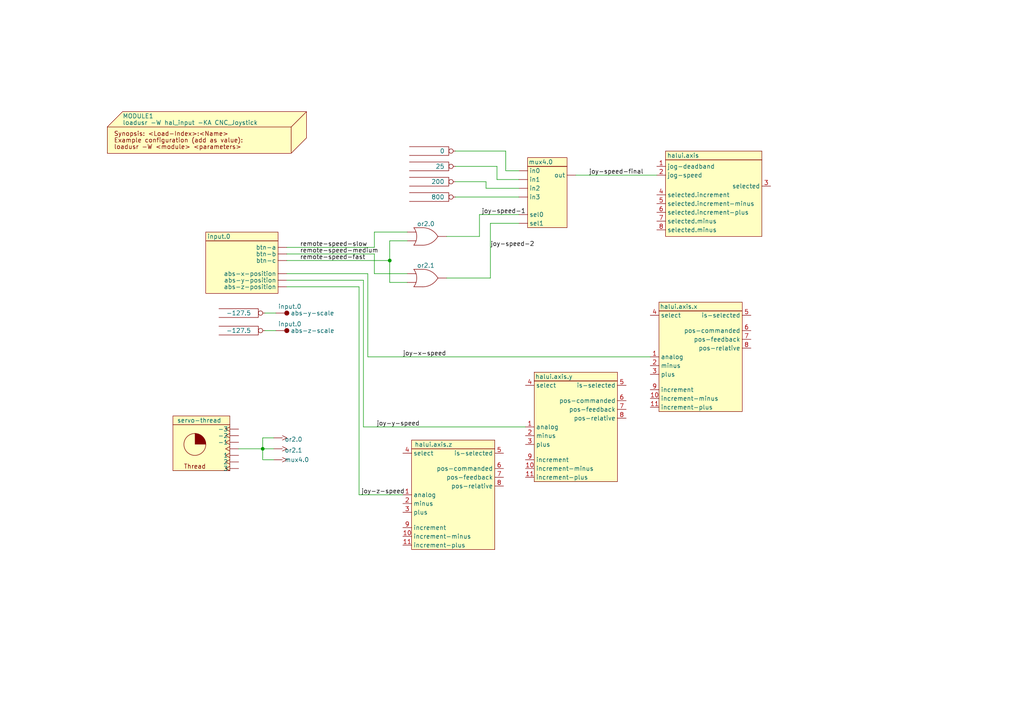
<source format=kicad_sch>
(kicad_sch (version 20230121) (generator eeschema)
  (paper "A4")
  (title_block (title "Joystick control") (date "2022-11-03") (rev "1") (company "Thomas Gerner") (comment 1 "Migration from eagle"))
  (lib_symbols
    (symbol "LinuxCNC_HAL:PARAMETER"
      (property "Value" "PARAMETER" (at 5.08 0 0))
      (symbol "PARAMETER_0_1"
        (polyline (pts (xy -5.715 1.27) (xy 5.715 1.27) (xy 5.715 -1.27) (xy -5.715 -1.27)) (stroke (width 0.1524)))
        (circle (center 6.35 0) (radius 0.635) (stroke (width 0.1524)))
      )
      (symbol "PARAMETER_1_1"
        (pin output line (at 7.62 0 180) (length 0.635) (name "") (number ""))
      )
    )
    (symbol "LinuxCNC_HAL:halui.axis"
      (property "Value" "halui.axis" (at -13.335 8.89 0))
      (symbol "halui.axis_0_1"
        (rectangle (start -13.97 7.62) (end 13.97 -14.605) (stroke (width 0.1524)) (fill (type background)))
        (rectangle (start -13.97 10.16) (end 13.97 7.62) (stroke (width 0.1524)) (fill (type background)))
      )
      (symbol "halui.axis_1_1"
        (pin input line (at -16.51 5.715 0) (length 2.54) (name "jog-deadband") (number "1"))
        (pin input line (at -16.51 3.175 0) (length 2.54) (name "jog-speed") (number "2"))
        (pin output line (at 16.51 0 180) (length 2.54) (name "selected") (number "3"))
        (pin input line (at -16.51 -2.54 0) (length 2.54) (name "selected.increment") (number "4"))
        (pin input line (at -16.51 -5.08 0) (length 2.54) (name "selected.increment-minus") (number "5"))
        (pin input line (at -16.51 -7.62 0) (length 2.54) (name "selected.increment-plus") (number "6"))
        (pin input line (at -16.51 -10.16 0) (length 2.54) (name "selected.minus") (number "7"))
        (pin input line (at -16.51 -12.7 0) (length 2.54) (name "selected.minus") (number "8"))
      )
    )
    (symbol "LinuxCNC_HAL:halui.axis.L"
      (property "Value" "halui.axis.L" (at -11.43 17.145 0))
      (symbol "halui.axis.L_0_1"
        (rectangle (start -12.065 15.875) (end 12.065 -13.335) (stroke (width 0.1524)) (fill (type background)))
        (rectangle (start -12.065 18.415) (end 12.065 15.875) (stroke (width 0.1524)) (fill (type background)))
      )
      (symbol "halui.axis.L_1_1"
        (pin input line (at -14.605 2.54 0) (length 2.54) (name "analog") (number "1"))
        (pin input line (at -14.605 -9.525 0) (length 2.54) (name "increment-minus") (number "10"))
        (pin input line (at -14.605 -12.065 0) (length 2.54) (name "increment-plus") (number "11"))
        (pin input line (at -14.605 0 0) (length 2.54) (name "minus") (number "2"))
        (pin input line (at -14.605 -2.54 0) (length 2.54) (name "plus") (number "3"))
        (pin input line (at -14.605 14.605 0) (length 2.54) (name "select") (number "4"))
        (pin output line (at 14.605 14.605 180) (length 2.54) (name "is-selected") (number "5"))
        (pin output line (at 14.605 10.16 180) (length 2.54) (name "pos-commanded") (number "6"))
        (pin output line (at 14.605 7.62 180) (length 2.54) (name "pos-feedback") (number "7"))
        (pin output line (at 14.605 5.08 180) (length 2.54) (name "pos-relative") (number "8"))
        (pin input line (at -14.605 -6.985 0) (length 2.54) (name "increment") (number "9"))
      )
    )
    (symbol "LinuxCNC_HAL:input." (pin_numbers hide)
      (property "Value" "input." (at -2.54 0 0))
      (symbol "input._1_0"
        (rectangle (start -3.175 -1.27) (end 17.78 -16.51) (stroke (width 0.1524)) (fill (type background)))
        (rectangle (start -3.175 1.27) (end 17.78 -1.27) (stroke (width 0.1524)) (fill (type background)))
      )
      (symbol "input._1_1"
        (pin output line (at 20.32 -3.175 180) (length 2.54) (name "btn-a") (number "1"))
        (pin output line (at 20.32 -5.08 180) (length 2.54) (name "btn-b") (number "2"))
        (pin output line (at 20.32 -6.985 180) (length 2.54) (name "btn-c") (number "3"))
        (pin output line (at 20.32 -10.795 180) (length 2.54) (name "abs-x-position") (number "4"))
        (pin output line (at 20.32 -12.7 180) (length 2.54) (name "abs-y-position") (number "5"))
        (pin output line (at 20.32 -14.605 180) (length 2.54) (name "abs-z-position") (number "6"))
      )
      (symbol "input._2_0"
        (circle (center 0 -1.905) (radius 0.635) (stroke (width 0.1524)) (fill (type outline)))
      )
      (symbol "input._2_1"
        (pin input line (at -3.175 -1.905 0) (length 3.78) (name "abs-x-scale") (number "7"))
      )
      (symbol "input._3_0"
        (circle (center 0 -1.905) (radius 0.635) (stroke (width 0.1524)) (fill (type outline)))
      )
      (symbol "input._3_1"
        (pin input line (at -3.175 -1.905 0) (length 3.78) (name "abs-y-scale") (number "8"))
      )
      (symbol "input._4_0"
        (circle (center 0 -1.905) (radius 0.635) (stroke (width 0.1524)) (fill (type outline)))
      )
      (symbol "input._4_1"
        (pin input line (at -3.175 -1.905 0) (length 3.78) (name "abs-z-scale") (number "9"))
      )
    )
    (symbol "LinuxCNC_HAL:loadusr"
      (property "Reference" "MODULE" (at -11.43 6.985 0))
      (property "Value" "loadusr" (at -11.43 5.08 0))
      (symbol "loadusr_0_0"
        (rectangle (start -15.24 3.81) (end 38.1 -3.81) (stroke (width 0.1524)) (fill (type background)))
        (polyline (pts (xy 38.1 3.81) (xy 42.545 8.255)) (stroke (width 0.1524)))
        (polyline (pts (xy -15.24 3.81) (xy -10.795 8.255) (xy 42.545 8.255) (xy 42.545 0.635) (xy 38.1 -3.81)) (stroke (width 0.1524)) (fill (type background)))
        (text "Example configuration (add as value):" (at -13.335 0 0) (effects (font (size 1.27 1.27)) (justify left)))
        (text "loadusr -W <module> <parameters>" (at -13.335 -1.905 0) (effects (font (size 1.27 1.27)) (justify left)))
        (text "Synopsis: <Load-Index>:<Name>" (at -13.335 1.905 0) (effects (font (size 1.27 1.27)) (justify left)))
      )
    )
    (symbol "LinuxCNC_HAL:mux4." (pin_numbers hide)
      (property "Value" "mux4." (at -5.08 8.89 0))
      (symbol "mux4._1_1"
        (rectangle (start -5.715 7.62) (end 5.715 -10.16) (stroke (width 0.1524)) (fill (type background)))
        (rectangle (start -5.715 10.16) (end 5.715 7.62) (stroke (width 0.1524)) (fill (type background)))
        (pin input line (at -8.255 6.35 0) (length 2.54) (name "in0") (number "1"))
        (pin input line (at -8.255 3.81 0) (length 2.54) (name "in1") (number "2"))
        (pin input line (at -8.255 1.27 0) (length 2.54) (name "in2") (number "3"))
        (pin input line (at -8.255 -1.27 0) (length 2.54) (name "in3") (number "4"))
        (pin input line (at -8.255 -6.35 0) (length 2.54) (name "sel0") (number "5"))
        (pin input line (at -8.255 -8.89 0) (length 2.54) (name "sel1") (number "6"))
        (pin output line (at 8.255 5.08 180) (length 2.54) (name "out") (number "7"))
      )
      (symbol "mux4._2_1"
        (pin input clock (at -8.89 8.89 0) (length 2.54) (name "") (number "8"))
      )
    )
    (symbol "LinuxCNC_HAL:or2." (pin_numbers hide) (pin_names hide)
      (property "Value" "or2." (at -3.81 3.81 0))
      (symbol "or2._1_0"
        (arc (start -3.81 -2.54) (mid -2.9556 0) (end -3.81 2.54) (stroke (width 0.1524)))
        (arc (start -1.27 -2.54) (mid 1.295 -1.8695) (end 3.175 0) (stroke (width 0.1524)))
        (polyline (pts (xy -3.81 -2.54) (xy -1.27 -2.54)) (stroke (width 0.1524)))
        (polyline (pts (xy -3.81 2.54) (xy -1.27 2.54)) (stroke (width 0.1524)))
        (arc (start 3.175 0) (mid 1.2944 1.8683) (end -1.27 2.54) (stroke (width 0.1524)))
      )
      (symbol "or2._1_1"
        (pin input line (at -5.715 1.27 0) (length 2.54) (name "in0") (number "1"))
        (pin input line (at -5.715 -1.27 0) (length 2.54) (name "in1") (number "2"))
        (pin output line (at 5.715 0 180) (length 2.54) (name "out") (number "3"))
      )
      (symbol "or2._2_1"
        (pin input clock (at 0 0 0) (length 2.54) (name "") (number "4"))
      )
    )
    (symbol "LinuxCNC_HAL:thread" (pin_numbers hide)
      (property "Value" "thread" (at -5.715 6.985 0))
      (symbol "thread_0_0"
        (circle (center 0 0) (radius 3.175) (stroke (width 0.1524)))
        (arc (start 3.175 0) (mid 2.2451 2.2451) (end 0 3.175) (stroke (width 0.1524)) (fill (type outline)))
        (text "Thread" (at 0 -6.35 0) (effects (font (size 1.27 1.27))))
        (pin output clock (at 12.7 -1.27 180) (length 2.54) (name "") (number "0"))
        (pin output clock (at 12.7 0.635 180) (length 2.54) (name "-1") (number "1"))
        (pin output clock (at 12.7 -3.175 180) (length 2.54) (name "1") (number "2"))
        (pin output clock (at 12.7 2.54 180) (length 2.54) (name "-2") (number "3"))
        (pin output clock (at 12.7 4.445 180) (length 2.54) (name "-3") (number "4"))
        (pin output clock (at 12.7 -5.08 180) (length 2.54) (name "2") (number "5"))
        (pin output clock (at 12.7 -6.985 180) (length 2.54) (name "3") (number "6"))
      )
      (symbol "thread_0_1"
        (rectangle (start -6.35 5.715) (end 10.16 -7.62) (stroke (width 0.1524)) (fill (type background)))
        (rectangle (start -6.35 8.255) (end 10.16 5.715) (stroke (width 0.1524)) (fill (type background)))
      )
    )
    (symbol "halui.axis.L_1"
      (property "Value" "halui.axis.L_1" (at -11.43 17.145 0))
      (symbol "halui.axis.L_1_0_1"
        (rectangle (start -12.065 15.875) (end 12.065 -13.335) (stroke (width 0.1524)) (fill (type background)))
        (rectangle (start -12.065 18.415) (end 12.065 15.875) (stroke (width 0.1524)) (fill (type background)))
      )
      (symbol "halui.axis.L_1_1_1"
        (pin input line (at -14.605 2.54 0) (length 2.54) (name "analog") (number "1"))
        (pin input line (at -14.605 -9.525 0) (length 2.54) (name "increment-minus") (number "10"))
        (pin input line (at -14.605 -12.065 0) (length 2.54) (name "increment-plus") (number "11"))
        (pin input line (at -14.605 0 0) (length 2.54) (name "minus") (number "2"))
        (pin input line (at -14.605 -2.54 0) (length 2.54) (name "plus") (number "3"))
        (pin input line (at -14.605 14.605 0) (length 2.54) (name "select") (number "4"))
        (pin output line (at 14.605 14.605 180) (length 2.54) (name "is-selected") (number "5"))
        (pin output line (at 14.605 10.16 180) (length 2.54) (name "pos-commanded") (number "6"))
        (pin output line (at 14.605 7.62 180) (length 2.54) (name "pos-feedback") (number "7"))
        (pin output line (at 14.605 5.08 180) (length 2.54) (name "pos-relative") (number "8"))
        (pin input line (at -14.605 -6.985 0) (length 2.54) (name "increment") (number "9"))
      )
    )
    (symbol "halui.axis.L_2"
      (property "Value" "halui.axis.L_2" (at -11.43 17.145 0))
      (symbol "halui.axis.L_2_0_1"
        (rectangle (start -12.065 15.875) (end 12.065 -13.335) (stroke (width 0.1524)) (fill (type background)))
        (rectangle (start -12.065 18.415) (end 12.065 15.875) (stroke (width 0.1524)) (fill (type background)))
      )
      (symbol "halui.axis.L_2_1_1"
        (pin input line (at -14.605 2.54 0) (length 2.54) (name "analog") (number "1"))
        (pin input line (at -14.605 -9.525 0) (length 2.54) (name "increment-minus") (number "10"))
        (pin input line (at -14.605 -12.065 0) (length 2.54) (name "increment-plus") (number "11"))
        (pin input line (at -14.605 0 0) (length 2.54) (name "minus") (number "2"))
        (pin input line (at -14.605 -2.54 0) (length 2.54) (name "plus") (number "3"))
        (pin input line (at -14.605 14.605 0) (length 2.54) (name "select") (number "4"))
        (pin output line (at 14.605 14.605 180) (length 2.54) (name "is-selected") (number "5"))
        (pin output line (at 14.605 10.16 180) (length 2.54) (name "pos-commanded") (number "6"))
        (pin output line (at 14.605 7.62 180) (length 2.54) (name "pos-feedback") (number "7"))
        (pin output line (at 14.605 5.08 180) (length 2.54) (name "pos-relative") (number "8"))
        (pin input line (at -14.605 -6.985 0) (length 2.54) (name "increment") (number "9"))
      )
    )
    (symbol "input._1" (pin_numbers hide)
      (property "Value" "input._1" (at -2.54 0 0))
      (symbol "input._1_1_0"
        (rectangle (start -3.175 -1.27) (end 17.78 -16.51) (stroke (width 0.1524)) (fill (type background)))
        (rectangle (start -3.175 1.27) (end 17.78 -1.27) (stroke (width 0.1524)) (fill (type background)))
      )
      (symbol "input._1_1_1"
        (pin output line (at 20.32 -3.175 180) (length 2.54) (name "btn-a") (number "1"))
        (pin output line (at 20.32 -5.08 180) (length 2.54) (name "btn-b") (number "2"))
        (pin output line (at 20.32 -6.985 180) (length 2.54) (name "btn-c") (number "3"))
        (pin output line (at 20.32 -10.795 180) (length 2.54) (name "abs-x-position") (number "4"))
        (pin output line (at 20.32 -12.7 180) (length 2.54) (name "abs-y-position") (number "5"))
        (pin output line (at 20.32 -14.605 180) (length 2.54) (name "abs-z-position") (number "6"))
      )
      (symbol "input._1_2_0"
        (circle (center 0 -1.905) (radius 0.635) (stroke (width 0.1524)) (fill (type outline)))
      )
      (symbol "input._1_2_1"
        (pin input line (at -3.175 -1.905 0) (length 3.78) (name "abs-x-scale") (number "7"))
      )
      (symbol "input._1_3_0"
        (circle (center 0 -1.905) (radius 0.635) (stroke (width 0.1524)) (fill (type outline)))
      )
      (symbol "input._1_3_1"
        (pin input line (at -3.175 -1.905 0) (length 3.78) (name "abs-y-scale") (number "8"))
      )
      (symbol "input._1_4_0"
        (circle (center 0 -1.905) (radius 0.635) (stroke (width 0.1524)) (fill (type outline)))
      )
      (symbol "input._1_4_1"
        (pin input line (at -3.175 -1.905 0) (length 3.78) (name "abs-z-scale") (number "9"))
      )
    )
    (symbol "input._2" (pin_numbers hide)
      (property "Value" "input._2" (at -2.54 0 0))
      (symbol "input._2_1_0"
        (rectangle (start -3.175 -1.27) (end 17.78 -16.51) (stroke (width 0.1524)) (fill (type background)))
        (rectangle (start -3.175 1.27) (end 17.78 -1.27) (stroke (width 0.1524)) (fill (type background)))
      )
      (symbol "input._2_1_1"
        (pin output line (at 20.32 -3.175 180) (length 2.54) (name "btn-a") (number "1"))
        (pin output line (at 20.32 -5.08 180) (length 2.54) (name "btn-b") (number "2"))
        (pin output line (at 20.32 -6.985 180) (length 2.54) (name "btn-c") (number "3"))
        (pin output line (at 20.32 -10.795 180) (length 2.54) (name "abs-x-position") (number "4"))
        (pin output line (at 20.32 -12.7 180) (length 2.54) (name "abs-y-position") (number "5"))
        (pin output line (at 20.32 -14.605 180) (length 2.54) (name "abs-z-position") (number "6"))
      )
      (symbol "input._2_2_0"
        (circle (center 0 -1.905) (radius 0.635) (stroke (width 0.1524)) (fill (type outline)))
      )
      (symbol "input._2_2_1"
        (pin input line (at -3.175 -1.905 0) (length 3.78) (name "abs-x-scale") (number "7"))
      )
      (symbol "input._2_3_0"
        (circle (center 0 -1.905) (radius 0.635) (stroke (width 0.1524)) (fill (type outline)))
      )
      (symbol "input._2_3_1"
        (pin input line (at -3.175 -1.905 0) (length 3.78) (name "abs-y-scale") (number "8"))
      )
      (symbol "input._2_4_0"
        (circle (center 0 -1.905) (radius 0.635) (stroke (width 0.1524)) (fill (type outline)))
      )
      (symbol "input._2_4_1"
        (pin input line (at -3.175 -1.905 0) (length 3.78) (name "abs-z-scale") (number "9"))
      )
    )
    (symbol "mux4._1" (pin_numbers hide)
      (property "Value" "mux4._1" (at -5.08 8.89 0))
      (symbol "mux4._1_1_1"
        (rectangle (start -5.715 7.62) (end 5.715 -10.16) (stroke (width 0.1524)) (fill (type background)))
        (rectangle (start -5.715 10.16) (end 5.715 7.62) (stroke (width 0.1524)) (fill (type background)))
        (pin input line (at -8.255 6.35 0) (length 2.54) (name "in0") (number "1"))
        (pin input line (at -8.255 3.81 0) (length 2.54) (name "in1") (number "2"))
        (pin input line (at -8.255 1.27 0) (length 2.54) (name "in2") (number "3"))
        (pin input line (at -8.255 -1.27 0) (length 2.54) (name "in3") (number "4"))
        (pin input line (at -8.255 -6.35 0) (length 2.54) (name "sel0") (number "5"))
        (pin input line (at -8.255 -8.89 0) (length 2.54) (name "sel1") (number "6"))
        (pin output line (at 8.255 5.08 180) (length 2.54) (name "out") (number "7"))
      )
      (symbol "mux4._1_2_1"
        (pin input clock (at -8.89 8.89 0) (length 2.54) (name "") (number "8"))
      )
    )
  )
  (junction (at 76.2 130.175))
  (junction (at 113.03 75.565))
  (wire (pts (xy 106.68 103.505) (xy 188.595 103.505)))
  (wire (pts (xy 83.185 71.755) (xy 108.585 71.755)))
  (wire (pts (xy 142.24 64.77) (xy 142.24 80.645)))
  (wire (pts (xy 83.185 79.375) (xy 106.68 79.375)))
  (wire (pts (xy 76.835 95.885) (xy 80.01 95.885)))
  (wire (pts (xy 113.03 69.85) (xy 118.11 69.85)))
  (wire (pts (xy 132.08 43.815) (xy 146.685 43.815)))
  (wire (pts (xy 150.495 62.23) (xy 139.065 62.23)))
  (wire (pts (xy 79.375 133.35) (xy 76.2 133.35)))
  (wire (pts (xy 76.2 130.175) (xy 76.2 133.35)))
  (wire (pts (xy 139.065 68.58) (xy 129.54 68.58)))
  (wire (pts (xy 132.08 52.705) (xy 140.97 52.705)))
  (wire (pts (xy 76.2 130.175) (xy 79.375 130.175)))
  (wire (pts (xy 113.03 75.565) (xy 113.03 81.915)))
  (wire (pts (xy 79.375 127) (xy 76.2 127)))
  (wire (pts (xy 144.145 48.26) (xy 144.145 52.07)))
  (wire (pts (xy 118.11 79.375) (xy 108.585 79.375)))
  (wire (pts (xy 132.08 48.26) (xy 144.145 48.26)))
  (wire (pts (xy 152.4 123.825) (xy 105.41 123.825)))
  (wire (pts (xy 150.495 64.77) (xy 142.24 64.77)))
  (wire (pts (xy 167.005 50.8) (xy 190.5 50.8)))
  (wire (pts (xy 83.185 75.565) (xy 113.03 75.565)))
  (wire (pts (xy 146.685 43.815) (xy 146.685 49.53)))
  (wire (pts (xy 116.84 143.51) (xy 104.14 143.51)))
  (wire (pts (xy 76.835 90.805) (xy 80.01 90.805)))
  (wire (pts (xy 104.14 83.185) (xy 104.14 143.51)))
  (wire (pts (xy 144.145 52.07) (xy 150.495 52.07)))
  (wire (pts (xy 83.185 81.28) (xy 105.41 81.28)))
  (wire (pts (xy 108.585 67.31) (xy 118.11 67.31)))
  (wire (pts (xy 108.585 71.755) (xy 108.585 67.31)))
  (wire (pts (xy 69.215 130.175) (xy 76.2 130.175)))
  (wire (pts (xy 83.185 83.185) (xy 104.14 83.185)))
  (wire (pts (xy 140.97 52.705) (xy 140.97 54.61)))
  (wire (pts (xy 118.11 81.915) (xy 113.03 81.915)))
  (wire (pts (xy 108.585 73.66) (xy 108.585 79.375)))
  (wire (pts (xy 146.685 49.53) (xy 150.495 49.53)))
  (wire (pts (xy 142.24 80.645) (xy 129.54 80.645)))
  (wire (pts (xy 132.08 57.15) (xy 150.495 57.15)))
  (wire (pts (xy 83.185 73.66) (xy 108.585 73.66)))
  (wire (pts (xy 140.97 54.61) (xy 150.495 54.61)))
  (wire (pts (xy 105.41 81.28) (xy 105.41 123.825)))
  (wire (pts (xy 113.03 75.565) (xy 113.03 69.85)))
  (wire (pts (xy 139.065 62.23) (xy 139.065 68.58)))
  (wire (pts (xy 106.68 79.375) (xy 106.68 103.505)))
  (wire (pts (xy 76.2 127) (xy 76.2 130.175)))
  (label "remote-speed-medium" (at 86.995 73.66 0))
  (label "joy-x-speed" (at 116.84 103.505 0))
  (label "joy-z-speed" (at 104.775 143.51 0))
  (label "remote-speed-slow" (at 86.995 71.755 0))
  (label "joy-y-speed" (at 109.22 123.825 0))
  (label "joy-speed-1" (at 139.7 62.23 0))
  (label "joy-speed-2" (at 142.24 71.755 0))
  (label "joy-speed-final" (at 170.815 50.8 0))
  (label "remote-speed-fast" (at 86.995 75.565 0))
  (symbol (lib_id "LinuxCNC_HAL:PARAMETER") (at 124.46 57.15 0) (unit 1)
    (property "Reference" "PARAMETER6" (effects hide))
    (property "Value" "800" (at 127 57.15 0))
  )
  (symbol (lib_id "LinuxCNC_HAL:or2.") (at 79.375 127 0) (unit 2)
    (property "Reference" "OR1" (effects hide))
    (property "Value" "or2.0" (at 82.55 127.4338 0) (effects (justify left)))
  )
  (symbol (lib_id "LinuxCNC_HAL:PARAMETER") (at 124.46 48.26 0) (unit 1)
    (property "Reference" "PARAMETER4" (effects hide))
    (property "Value" "25" (at 127.635 48.26 0))
  )
  (symbol (lib_id "LinuxCNC_HAL:or2.") (at 79.375 130.175 0) (unit 2)
    (property "Reference" "OR2" (effects hide))
    (property "Value" "or2.1" (at 82.55 130.6088 0) (effects (justify left)))
  )
  (symbol (lib_id "LinuxCNC_HAL:input.") (at 83.185 93.98 0) (unit 4)
    (property "Reference" "HAL_INPUT1" (effects hide))
    (property "Value" "input.0" (at 80.645 93.98 0) (effects (justify left)))
  )
  (symbol (lib_name "halui.axis.L_2") (lib_id "LinuxCNC_HAL:halui.axis.L") (at 131.445 146.05 0) (unit 1)
    (property "Reference" "HALUI1" (effects hide))
    (property "Value" "halui.axis.z" (at 125.73 128.905 0))
  )
  (symbol (lib_name "mux4._1") (lib_id "LinuxCNC_HAL:mux4.") (at 158.75 55.88 0) (unit 1)
    (property "Reference" "MUX1" (effects hide))
    (property "Value" "mux4.0" (at 156.845 46.99 0))
  )
  (symbol (lib_id "LinuxCNC_HAL:or2.") (at 123.825 80.645 0) (unit 1)
    (property "Reference" "OR2" (effects hide))
    (property "Value" "or2.1" (at 123.5075 76.9928 0))
  )
  (symbol (lib_id "LinuxCNC_HAL:or2.") (at 123.825 68.58 0) (unit 1)
    (property "Reference" "OR1" (effects hide))
    (property "Value" "or2.0" (at 123.5075 64.9278 0))
  )
  (symbol (lib_id "LinuxCNC_HAL:PARAMETER") (at 124.46 43.815 0) (unit 1)
    (property "Reference" "PARAMETER3" (effects hide))
    (property "Value" "0" (at 128.27 43.815 0))
  )
  (symbol (lib_id "LinuxCNC_HAL:mux4.") (at 88.265 142.24 0) (unit 2)
    (property "Reference" "MUX1" (effects hide))
    (property "Value" "mux4.0" (at 82.55 133.35 0) (effects (justify left)))
  )
  (symbol (lib_id "LinuxCNC_HAL:PARAMETER") (at 69.215 95.885 0) (unit 1)
    (property "Reference" "PARAMETER2" (effects hide))
    (property "Value" "-127.5" (at 69.215 95.885 0))
  )
  (symbol (lib_id "LinuxCNC_HAL:PARAMETER") (at 69.215 90.805 0) (unit 1)
    (property "Reference" "PARAMETER1" (effects hide))
    (property "Value" "-127.5" (at 69.215 90.805 0))
  )
  (symbol (lib_name "input._2") (lib_id "LinuxCNC_HAL:input.") (at 83.185 88.9 0) (unit 3)
    (property "Reference" "HAL_INPUT1" (effects hide))
    (property "Value" "input.0" (at 80.645 88.9 0) (effects (justify left)))
  )
  (symbol (lib_id "LinuxCNC_HAL:PARAMETER") (at 124.46 52.705 0) (unit 1)
    (property "Reference" "PARAMETER5" (effects hide))
    (property "Value" "200" (at 127 52.705 0))
  )
  (symbol (lib_id "LinuxCNC_HAL:halui.axis") (at 207.01 53.975 0) (unit 1)
    (property "Reference" "HALUI4" (effects hide))
    (property "Value" "halui.axis" (at 198.12 45.085 0))
  )
  (symbol (lib_id "LinuxCNC_HAL:thread") (at 56.515 128.905 0) (unit 1)
    (property "Reference" "THREAD1" (effects hide))
    (property "Value" "servo-thread" (at 57.785 121.92 0))
  )
  (symbol (lib_id "LinuxCNC_HAL:loadusr") (at 46.355 40.64 0) (unit 1)
    (property "Reference" "MODULE1" (at 35.56 33.655 0) (effects (justify left)))
    (property "Value" "loadusr -W hal_input -KA CNC_Joystick" (at 35.56 35.56 0) (effects (justify left)))
  )
  (symbol (lib_name "input._1") (lib_id "LinuxCNC_HAL:input.") (at 62.865 68.58 0) (unit 1)
    (property "Reference" "HAL_INPUT1" (effects hide))
    (property "Value" "input.0" (at 63.5 68.58 0))
  )
  (symbol (lib_id "LinuxCNC_HAL:halui.axis.L") (at 167.005 126.365 0) (unit 1)
    (property "Reference" "HALUI2" (effects hide))
    (property "Value" "halui.axis.y" (at 160.655 109.22 0))
  )
  (symbol (lib_name "halui.axis.L_1") (lib_id "LinuxCNC_HAL:halui.axis.L") (at 203.2 106.045 0) (unit 1)
    (property "Reference" "HALUI3" (effects hide))
    (property "Value" "halui.axis.x" (at 196.85 88.9 0))
  )
)
</source>
